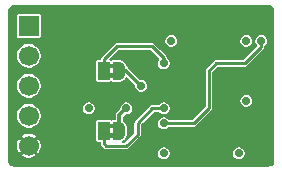
<source format=gbr>
G04 #@! TF.GenerationSoftware,KiCad,Pcbnew,9.0.1+dfsg-1*
G04 #@! TF.CreationDate,2025-05-27T21:30:08+08:00*
G04 #@! TF.ProjectId,i2c_led,6932635f-6c65-4642-9e6b-696361645f70,a*
G04 #@! TF.SameCoordinates,Original*
G04 #@! TF.FileFunction,Copper,L4,Bot*
G04 #@! TF.FilePolarity,Positive*
%FSLAX46Y46*%
G04 Gerber Fmt 4.6, Leading zero omitted, Abs format (unit mm)*
G04 Created by KiCad (PCBNEW 9.0.1+dfsg-1) date 2025-05-27 21:30:08*
%MOMM*%
%LPD*%
G01*
G04 APERTURE LIST*
G04 Aperture macros list*
%AMFreePoly0*
4,1,23,0.550000,-0.750000,0.000000,-0.750000,0.000000,-0.745722,-0.065263,-0.745722,-0.191342,-0.711940,-0.304381,-0.646677,-0.396677,-0.554381,-0.461940,-0.441342,-0.495722,-0.315263,-0.495722,-0.250000,-0.500000,-0.250000,-0.500000,0.250000,-0.495722,0.250000,-0.495722,0.315263,-0.461940,0.441342,-0.396677,0.554381,-0.304381,0.646677,-0.191342,0.711940,-0.065263,0.745722,0.000000,0.745722,
0.000000,0.750000,0.550000,0.750000,0.550000,-0.750000,0.550000,-0.750000,$1*%
%AMFreePoly1*
4,1,23,0.000000,0.745722,0.065263,0.745722,0.191342,0.711940,0.304381,0.646677,0.396677,0.554381,0.461940,0.441342,0.495722,0.315263,0.495722,0.250000,0.500000,0.250000,0.500000,-0.250000,0.495722,-0.250000,0.495722,-0.315263,0.461940,-0.441342,0.396677,-0.554381,0.304381,-0.646677,0.191342,-0.711940,0.065263,-0.745722,0.000000,-0.745722,0.000000,-0.750000,-0.550000,-0.750000,
-0.550000,0.750000,0.000000,0.750000,0.000000,0.745722,0.000000,0.745722,$1*%
G04 Aperture macros list end*
G04 #@! TA.AperFunction,EtchedComponent*
%ADD10C,0.000000*%
G04 #@! TD*
G04 #@! TA.AperFunction,ComponentPad*
%ADD11R,1.700000X1.700000*%
G04 #@! TD*
G04 #@! TA.AperFunction,ComponentPad*
%ADD12C,1.700000*%
G04 #@! TD*
G04 #@! TA.AperFunction,SMDPad,CuDef*
%ADD13FreePoly0,180.000000*%
G04 #@! TD*
G04 #@! TA.AperFunction,SMDPad,CuDef*
%ADD14R,1.000000X1.500000*%
G04 #@! TD*
G04 #@! TA.AperFunction,SMDPad,CuDef*
%ADD15FreePoly1,180.000000*%
G04 #@! TD*
G04 #@! TA.AperFunction,ViaPad*
%ADD16C,0.700000*%
G04 #@! TD*
G04 #@! TA.AperFunction,Conductor*
%ADD17C,0.304800*%
G04 #@! TD*
G04 #@! TA.AperFunction,Conductor*
%ADD18C,0.228600*%
G04 #@! TD*
G04 APERTURE END LIST*
D10*
G04 #@! TA.AperFunction,EtchedComponent*
G04 #@! TO.C,AD1*
G36*
X143140000Y-100130000D02*
G01*
X142640000Y-100130000D01*
X142640000Y-99730000D01*
X143140000Y-99730000D01*
X143140000Y-100130000D01*
G37*
G04 #@! TD.AperFunction*
G04 #@! TA.AperFunction,EtchedComponent*
G36*
X143140000Y-100930000D02*
G01*
X142640000Y-100930000D01*
X142640000Y-100530000D01*
X143140000Y-100530000D01*
X143140000Y-100930000D01*
G37*
G04 #@! TD.AperFunction*
G04 #@! TA.AperFunction,EtchedComponent*
G04 #@! TO.C,AD0*
G36*
X143140000Y-95050000D02*
G01*
X142640000Y-95050000D01*
X142640000Y-94650000D01*
X143140000Y-94650000D01*
X143140000Y-95050000D01*
G37*
G04 #@! TD.AperFunction*
G04 #@! TA.AperFunction,EtchedComponent*
G36*
X143140000Y-95850000D02*
G01*
X142640000Y-95850000D01*
X142640000Y-95450000D01*
X143140000Y-95450000D01*
X143140000Y-95850000D01*
G37*
G04 #@! TD.AperFunction*
G04 #@! TD*
D11*
G04 #@! TO.P,J1,1,Pin_1*
G04 #@! TO.N,VCC*
X135890000Y-91440000D03*
D12*
G04 #@! TO.P,J1,2,Pin_2*
G04 #@! TO.N,/SCL*
X135890000Y-93980000D03*
G04 #@! TO.P,J1,3,Pin_3*
G04 #@! TO.N,/SDA*
X135890000Y-96520000D03*
G04 #@! TO.P,J1,4,Pin_4*
G04 #@! TO.N,/RSTN*
X135890000Y-99060000D03*
G04 #@! TO.P,J1,5,Pin_5*
G04 #@! TO.N,GND*
X135890000Y-101600000D03*
G04 #@! TD*
D13*
G04 #@! TO.P,AD1,1,A*
G04 #@! TO.N,VCC*
X143540000Y-100330000D03*
D14*
G04 #@! TO.P,AD1,2,C*
G04 #@! TO.N,AD1*
X142240000Y-100330000D03*
D15*
G04 #@! TO.P,AD1,3,B*
G04 #@! TO.N,GND*
X140940000Y-100330000D03*
G04 #@! TD*
D13*
G04 #@! TO.P,AD0,1,A*
G04 #@! TO.N,VCC*
X143540000Y-95250000D03*
D14*
G04 #@! TO.P,AD0,2,C*
G04 #@! TO.N,AD0*
X142240000Y-95250000D03*
D15*
G04 #@! TO.P,AD0,3,B*
G04 #@! TO.N,GND*
X140940000Y-95250000D03*
G04 #@! TD*
D16*
G04 #@! TO.N,GND*
X151130000Y-101600000D03*
X149225000Y-96520000D03*
X145415000Y-97790000D03*
X151765000Y-90805000D03*
X139065000Y-102870000D03*
X153035000Y-95885000D03*
X155575000Y-98425000D03*
X146050000Y-100965000D03*
X146050000Y-90805000D03*
X139065000Y-98425000D03*
X139700000Y-93345000D03*
X146050000Y-92075000D03*
X152400000Y-100330000D03*
X154305000Y-99695000D03*
X145415000Y-94615000D03*
G04 #@! TO.N,VCC*
X145415000Y-96520000D03*
X140970000Y-98425000D03*
X154305000Y-92710000D03*
X147955000Y-92710000D03*
X154305000Y-97790000D03*
X153670000Y-102235000D03*
X144145000Y-98425000D03*
X147320000Y-102235000D03*
G04 #@! TO.N,Net-(D3-BK)*
X147320000Y-99695000D03*
X155575000Y-92710000D03*
G04 #@! TO.N,AD0*
X147320000Y-94615000D03*
G04 #@! TO.N,AD1*
X147320000Y-98425000D03*
G04 #@! TD*
D17*
G04 #@! TO.N,VCC*
X143540000Y-100330000D02*
X143540000Y-99030000D01*
X145415000Y-96520000D02*
X144145000Y-95250000D01*
X143540000Y-95250000D02*
X144145000Y-95250000D01*
X143540000Y-99030000D02*
X144145000Y-98425000D01*
D18*
G04 #@! TO.N,Net-(D3-BK)*
X149860000Y-99695000D02*
X147320000Y-99695000D01*
X151765000Y-94615000D02*
X151130000Y-95250000D01*
X153200000Y-94615000D02*
X151765000Y-94615000D01*
X154160000Y-94615000D02*
X153200000Y-94615000D01*
X151130000Y-95250000D02*
X151130000Y-98425000D01*
X155575000Y-93200000D02*
X154160000Y-94615000D01*
X155575000Y-92710000D02*
X155575000Y-93200000D01*
X151130000Y-98425000D02*
X149860000Y-99695000D01*
G04 #@! TO.N,AD0*
X142240000Y-95250000D02*
X142240000Y-94271400D01*
X142240000Y-94271400D02*
X143331400Y-93180000D01*
X147320000Y-94170000D02*
X146330000Y-93180000D01*
X147320000Y-94615000D02*
X147320000Y-94170000D01*
X143331400Y-93180000D02*
X146330000Y-93180000D01*
G04 #@! TO.N,AD1*
X144145000Y-101600000D02*
X142455200Y-101600000D01*
X145097500Y-99692500D02*
X145097500Y-100647500D01*
X145097500Y-100647500D02*
X144145000Y-101600000D01*
X147320000Y-98425000D02*
X146365000Y-98425000D01*
X146365000Y-98425000D02*
X145097500Y-99692500D01*
X142240000Y-101384800D02*
X142240000Y-100330000D01*
X142455200Y-101600000D02*
X142240000Y-101384800D01*
G04 #@! TD*
G04 #@! TA.AperFunction,Conductor*
G04 #@! TO.N,GND*
G36*
X156214884Y-89688543D02*
G01*
X156324964Y-89703035D01*
X156343920Y-89708114D01*
X156441907Y-89748702D01*
X156458902Y-89758514D01*
X156500973Y-89790796D01*
X156543041Y-89823077D01*
X156556922Y-89836958D01*
X156621483Y-89921094D01*
X156631299Y-89938095D01*
X156671884Y-90036076D01*
X156676965Y-90055038D01*
X156691457Y-90165114D01*
X156692100Y-90174930D01*
X156692100Y-102865069D01*
X156691457Y-102874884D01*
X156691457Y-102874885D01*
X156676965Y-102984961D01*
X156671884Y-103003923D01*
X156631299Y-103101904D01*
X156621483Y-103118905D01*
X156556922Y-103203041D01*
X156543041Y-103216922D01*
X156458905Y-103281483D01*
X156441904Y-103291299D01*
X156343923Y-103331884D01*
X156324961Y-103336965D01*
X156246437Y-103347302D01*
X156214883Y-103351457D01*
X156205069Y-103352100D01*
X134624931Y-103352100D01*
X134615116Y-103351457D01*
X134568046Y-103345260D01*
X134505038Y-103336965D01*
X134486076Y-103331884D01*
X134388095Y-103291299D01*
X134371094Y-103281483D01*
X134286958Y-103216922D01*
X134273077Y-103203041D01*
X134208516Y-103118905D01*
X134198702Y-103101907D01*
X134158114Y-103003920D01*
X134153035Y-102984964D01*
X134138543Y-102874884D01*
X134137900Y-102865069D01*
X134137900Y-101501270D01*
X134887600Y-101501270D01*
X134887600Y-101698729D01*
X134926121Y-101892385D01*
X134926122Y-101892388D01*
X135001684Y-102074812D01*
X135080982Y-102193491D01*
X135445086Y-101829386D01*
X135489901Y-101907007D01*
X135582993Y-102000099D01*
X135660611Y-102044912D01*
X135296507Y-102409016D01*
X135415187Y-102488315D01*
X135597611Y-102563877D01*
X135597614Y-102563878D01*
X135791270Y-102602400D01*
X135988730Y-102602400D01*
X136182385Y-102563878D01*
X136182388Y-102563877D01*
X136364816Y-102488313D01*
X136483490Y-102409017D01*
X136483491Y-102409016D01*
X136119387Y-102044912D01*
X136197007Y-102000099D01*
X136290099Y-101907007D01*
X136334912Y-101829387D01*
X136699016Y-102193491D01*
X136699017Y-102193490D01*
X136715520Y-102168792D01*
X146817100Y-102168792D01*
X146817100Y-102301208D01*
X146837662Y-102377950D01*
X146851371Y-102429114D01*
X146917578Y-102543786D01*
X146917582Y-102543792D01*
X147011207Y-102637417D01*
X147011210Y-102637419D01*
X147011212Y-102637421D01*
X147061775Y-102666613D01*
X147125885Y-102703628D01*
X147125887Y-102703628D01*
X147125888Y-102703629D01*
X147253792Y-102737900D01*
X147253794Y-102737900D01*
X147386206Y-102737900D01*
X147386208Y-102737900D01*
X147514112Y-102703629D01*
X147628788Y-102637421D01*
X147722421Y-102543788D01*
X147788629Y-102429112D01*
X147822900Y-102301208D01*
X147822900Y-102168792D01*
X153167100Y-102168792D01*
X153167100Y-102301208D01*
X153187662Y-102377950D01*
X153201371Y-102429114D01*
X153267578Y-102543786D01*
X153267582Y-102543792D01*
X153361207Y-102637417D01*
X153361210Y-102637419D01*
X153361212Y-102637421D01*
X153411775Y-102666613D01*
X153475885Y-102703628D01*
X153475887Y-102703628D01*
X153475888Y-102703629D01*
X153603792Y-102737900D01*
X153603794Y-102737900D01*
X153736206Y-102737900D01*
X153736208Y-102737900D01*
X153864112Y-102703629D01*
X153978788Y-102637421D01*
X154072421Y-102543788D01*
X154138629Y-102429112D01*
X154172900Y-102301208D01*
X154172900Y-102168792D01*
X154138629Y-102040888D01*
X154138628Y-102040887D01*
X154138628Y-102040885D01*
X154101613Y-101976775D01*
X154072421Y-101926212D01*
X154072419Y-101926210D01*
X154072417Y-101926207D01*
X153978792Y-101832582D01*
X153978786Y-101832578D01*
X153864114Y-101766371D01*
X153800160Y-101749235D01*
X153736208Y-101732100D01*
X153603792Y-101732100D01*
X153552630Y-101745808D01*
X153475885Y-101766371D01*
X153361213Y-101832578D01*
X153361207Y-101832582D01*
X153267582Y-101926207D01*
X153267578Y-101926213D01*
X153201371Y-102040885D01*
X153192281Y-102074812D01*
X153167100Y-102168792D01*
X147822900Y-102168792D01*
X147788629Y-102040888D01*
X147788628Y-102040887D01*
X147788628Y-102040885D01*
X147751613Y-101976775D01*
X147722421Y-101926212D01*
X147722419Y-101926210D01*
X147722417Y-101926207D01*
X147628792Y-101832582D01*
X147628786Y-101832578D01*
X147514114Y-101766371D01*
X147450160Y-101749235D01*
X147386208Y-101732100D01*
X147253792Y-101732100D01*
X147202630Y-101745808D01*
X147125885Y-101766371D01*
X147011213Y-101832578D01*
X147011207Y-101832582D01*
X146917582Y-101926207D01*
X146917578Y-101926213D01*
X146851371Y-102040885D01*
X146842281Y-102074812D01*
X146817100Y-102168792D01*
X136715520Y-102168792D01*
X136746730Y-102122084D01*
X136778313Y-102074816D01*
X136853877Y-101892388D01*
X136853878Y-101892385D01*
X136892400Y-101698729D01*
X136892400Y-101501270D01*
X136853878Y-101307614D01*
X136853877Y-101307611D01*
X136778315Y-101125187D01*
X136699016Y-101006507D01*
X136334912Y-101370611D01*
X136290099Y-101292993D01*
X136197007Y-101199901D01*
X136119387Y-101155087D01*
X136483491Y-100790982D01*
X136364812Y-100711684D01*
X136182388Y-100636122D01*
X136182385Y-100636121D01*
X135988730Y-100597600D01*
X135791270Y-100597600D01*
X135597614Y-100636121D01*
X135597611Y-100636122D01*
X135415184Y-100711685D01*
X135296507Y-100790981D01*
X135296507Y-100790982D01*
X135660612Y-101155087D01*
X135582993Y-101199901D01*
X135489901Y-101292993D01*
X135445087Y-101370612D01*
X135080982Y-101006507D01*
X135080981Y-101006507D01*
X135001685Y-101125184D01*
X134926122Y-101307611D01*
X134926121Y-101307614D01*
X134887600Y-101501270D01*
X134137900Y-101501270D01*
X134137900Y-98961222D01*
X134887100Y-98961222D01*
X134887100Y-99158777D01*
X134925641Y-99352537D01*
X134925642Y-99352538D01*
X135000174Y-99532475D01*
X135001241Y-99535051D01*
X135110996Y-99699312D01*
X135110997Y-99699313D01*
X135111000Y-99699317D01*
X135250682Y-99838999D01*
X135250685Y-99839001D01*
X135250688Y-99839004D01*
X135414949Y-99948759D01*
X135597461Y-100024357D01*
X135597462Y-100024358D01*
X135597463Y-100024358D01*
X135597465Y-100024359D01*
X135727218Y-100050168D01*
X135791222Y-100062900D01*
X135791223Y-100062900D01*
X135988778Y-100062900D01*
X136036889Y-100053329D01*
X136182535Y-100024359D01*
X136365051Y-99948759D01*
X136529312Y-99839004D01*
X136669004Y-99699312D01*
X136758787Y-99564942D01*
X141587100Y-99564942D01*
X141587100Y-101095055D01*
X141587101Y-101095057D01*
X141595972Y-101139659D01*
X141629764Y-101190232D01*
X141629765Y-101190232D01*
X141629766Y-101190234D01*
X141680342Y-101224028D01*
X141724943Y-101232900D01*
X141897600Y-101232899D01*
X141945937Y-101250492D01*
X141971657Y-101295040D01*
X141972800Y-101308099D01*
X141972800Y-101331651D01*
X141972800Y-101437949D01*
X142012658Y-101534174D01*
X142013480Y-101536159D01*
X142303840Y-101826519D01*
X142303841Y-101826519D01*
X142303843Y-101826521D01*
X142402051Y-101867200D01*
X142402052Y-101867200D01*
X144198147Y-101867200D01*
X144198149Y-101867200D01*
X144296357Y-101826521D01*
X145324021Y-100798857D01*
X145364700Y-100700649D01*
X145364700Y-100594351D01*
X145364700Y-99834326D01*
X145382293Y-99785988D01*
X145386726Y-99781152D01*
X145539086Y-99628792D01*
X146817100Y-99628792D01*
X146817100Y-99761208D01*
X146837662Y-99837950D01*
X146851371Y-99889114D01*
X146917578Y-100003786D01*
X146917582Y-100003792D01*
X147011207Y-100097417D01*
X147011210Y-100097419D01*
X147011212Y-100097421D01*
X147061775Y-100126613D01*
X147125885Y-100163628D01*
X147125887Y-100163628D01*
X147125888Y-100163629D01*
X147253792Y-100197900D01*
X147253794Y-100197900D01*
X147386206Y-100197900D01*
X147386208Y-100197900D01*
X147514112Y-100163629D01*
X147628788Y-100097421D01*
X147722421Y-100003788D01*
X147724723Y-99999801D01*
X147764128Y-99966736D01*
X147789849Y-99962200D01*
X149913147Y-99962200D01*
X149913149Y-99962200D01*
X150011357Y-99921521D01*
X151356521Y-98576357D01*
X151397200Y-98478149D01*
X151397200Y-98371851D01*
X151397200Y-97723792D01*
X153802100Y-97723792D01*
X153802100Y-97856208D01*
X153819755Y-97922100D01*
X153836371Y-97984114D01*
X153902578Y-98098786D01*
X153902582Y-98098792D01*
X153996207Y-98192417D01*
X153996210Y-98192419D01*
X153996212Y-98192421D01*
X154006707Y-98198480D01*
X154110885Y-98258628D01*
X154110887Y-98258628D01*
X154110888Y-98258629D01*
X154238792Y-98292900D01*
X154238794Y-98292900D01*
X154371206Y-98292900D01*
X154371208Y-98292900D01*
X154499112Y-98258629D01*
X154613788Y-98192421D01*
X154707421Y-98098788D01*
X154773629Y-97984112D01*
X154807900Y-97856208D01*
X154807900Y-97723792D01*
X154773629Y-97595888D01*
X154773628Y-97595887D01*
X154773628Y-97595885D01*
X154731489Y-97522900D01*
X154707421Y-97481212D01*
X154707419Y-97481210D01*
X154707417Y-97481207D01*
X154613792Y-97387582D01*
X154613786Y-97387578D01*
X154499114Y-97321371D01*
X154415635Y-97299004D01*
X154371208Y-97287100D01*
X154238792Y-97287100D01*
X154194365Y-97299004D01*
X154110885Y-97321371D01*
X153996213Y-97387578D01*
X153996207Y-97387582D01*
X153902582Y-97481207D01*
X153902578Y-97481213D01*
X153836371Y-97595885D01*
X153815808Y-97672630D01*
X153802100Y-97723792D01*
X151397200Y-97723792D01*
X151397200Y-95391826D01*
X151414793Y-95343488D01*
X151419226Y-95338652D01*
X151853652Y-94904226D01*
X151900272Y-94882486D01*
X151906826Y-94882200D01*
X154213147Y-94882200D01*
X154213149Y-94882200D01*
X154311357Y-94841521D01*
X155801521Y-93351357D01*
X155842200Y-93253149D01*
X155842200Y-93179848D01*
X155859793Y-93131510D01*
X155879804Y-93114721D01*
X155883788Y-93112421D01*
X155977421Y-93018788D01*
X156043629Y-92904112D01*
X156077900Y-92776208D01*
X156077900Y-92643792D01*
X156043629Y-92515888D01*
X156043628Y-92515887D01*
X156043628Y-92515885D01*
X155996367Y-92434028D01*
X155977421Y-92401212D01*
X155977419Y-92401210D01*
X155977417Y-92401207D01*
X155883792Y-92307582D01*
X155883786Y-92307578D01*
X155769114Y-92241371D01*
X155705160Y-92224235D01*
X155641208Y-92207100D01*
X155508792Y-92207100D01*
X155457630Y-92220808D01*
X155380885Y-92241371D01*
X155266213Y-92307578D01*
X155266207Y-92307582D01*
X155172582Y-92401207D01*
X155172578Y-92401213D01*
X155106371Y-92515885D01*
X155085808Y-92592630D01*
X155072100Y-92643792D01*
X155072100Y-92776208D01*
X155092662Y-92852950D01*
X155106371Y-92904114D01*
X155172578Y-93018786D01*
X155172582Y-93018792D01*
X155222281Y-93068491D01*
X155244021Y-93115111D01*
X155230707Y-93164798D01*
X155222281Y-93174839D01*
X154071348Y-94325774D01*
X154024728Y-94347514D01*
X154018174Y-94347800D01*
X153253149Y-94347800D01*
X151818149Y-94347800D01*
X151711851Y-94347800D01*
X151662589Y-94368205D01*
X151613640Y-94388480D01*
X151133363Y-94868759D01*
X150978643Y-95023479D01*
X150941061Y-95061061D01*
X150903479Y-95098642D01*
X150862800Y-95196852D01*
X150862800Y-98283174D01*
X150845207Y-98331512D01*
X150840774Y-98336348D01*
X149771348Y-99405774D01*
X149724728Y-99427514D01*
X149718174Y-99427800D01*
X147789849Y-99427800D01*
X147741511Y-99410207D01*
X147724723Y-99390199D01*
X147722420Y-99386210D01*
X147628792Y-99292582D01*
X147628786Y-99292578D01*
X147514114Y-99226371D01*
X147450160Y-99209235D01*
X147386208Y-99192100D01*
X147253792Y-99192100D01*
X147202630Y-99205808D01*
X147125885Y-99226371D01*
X147011213Y-99292578D01*
X147011207Y-99292582D01*
X146917582Y-99386207D01*
X146917578Y-99386213D01*
X146851371Y-99500885D01*
X146834208Y-99564942D01*
X146817100Y-99628792D01*
X145539086Y-99628792D01*
X146453652Y-98714226D01*
X146500272Y-98692486D01*
X146506826Y-98692200D01*
X146850151Y-98692200D01*
X146898489Y-98709793D01*
X146915277Y-98729801D01*
X146917579Y-98733789D01*
X147011207Y-98827417D01*
X147011210Y-98827419D01*
X147011212Y-98827421D01*
X147051186Y-98850500D01*
X147125885Y-98893628D01*
X147125887Y-98893628D01*
X147125888Y-98893629D01*
X147253792Y-98927900D01*
X147253794Y-98927900D01*
X147386206Y-98927900D01*
X147386208Y-98927900D01*
X147514112Y-98893629D01*
X147628788Y-98827421D01*
X147722421Y-98733788D01*
X147788629Y-98619112D01*
X147822900Y-98491208D01*
X147822900Y-98358792D01*
X147788629Y-98230888D01*
X147788628Y-98230887D01*
X147788628Y-98230885D01*
X147743813Y-98153264D01*
X147722421Y-98116212D01*
X147722419Y-98116210D01*
X147722417Y-98116207D01*
X147628792Y-98022582D01*
X147628786Y-98022578D01*
X147514114Y-97956371D01*
X147450160Y-97939235D01*
X147386208Y-97922100D01*
X147253792Y-97922100D01*
X147202630Y-97935808D01*
X147125885Y-97956371D01*
X147011213Y-98022578D01*
X147011207Y-98022582D01*
X146917579Y-98116210D01*
X146915277Y-98120199D01*
X146875872Y-98153264D01*
X146850151Y-98157800D01*
X146418149Y-98157800D01*
X146311851Y-98157800D01*
X146249919Y-98183452D01*
X146213640Y-98198480D01*
X145255663Y-99156459D01*
X144946143Y-99465979D01*
X144921792Y-99490330D01*
X144870979Y-99541142D01*
X144830300Y-99639352D01*
X144830300Y-100505674D01*
X144812707Y-100554012D01*
X144808274Y-100558848D01*
X144056348Y-101310774D01*
X144009728Y-101332514D01*
X144003174Y-101332800D01*
X143827553Y-101332800D01*
X143779215Y-101315207D01*
X143753495Y-101270658D01*
X143762428Y-101220000D01*
X143798776Y-101188124D01*
X143799908Y-101187654D01*
X143811943Y-101182670D01*
X143925957Y-101116844D01*
X143958659Y-101091751D01*
X144051751Y-100998659D01*
X144076844Y-100965957D01*
X144142670Y-100851943D01*
X144158444Y-100813861D01*
X144192519Y-100686694D01*
X144197900Y-100645826D01*
X144197900Y-100014174D01*
X144192519Y-99973306D01*
X144178642Y-99921519D01*
X144158446Y-99846146D01*
X144158440Y-99846129D01*
X144142670Y-99808058D01*
X144142670Y-99808057D01*
X144076844Y-99694043D01*
X144051751Y-99661341D01*
X144051749Y-99661339D01*
X144051743Y-99661332D01*
X143958667Y-99568256D01*
X143958653Y-99568244D01*
X143925957Y-99543155D01*
X143882899Y-99518295D01*
X143849835Y-99478890D01*
X143845300Y-99453171D01*
X143845300Y-99187607D01*
X143862893Y-99139269D01*
X143867326Y-99134433D01*
X144051833Y-98949926D01*
X144098453Y-98928186D01*
X144105007Y-98927900D01*
X144211206Y-98927900D01*
X144211208Y-98927900D01*
X144339112Y-98893629D01*
X144453788Y-98827421D01*
X144547421Y-98733788D01*
X144613629Y-98619112D01*
X144647900Y-98491208D01*
X144647900Y-98358792D01*
X144613629Y-98230888D01*
X144613628Y-98230887D01*
X144613628Y-98230885D01*
X144568813Y-98153264D01*
X144547421Y-98116212D01*
X144547419Y-98116210D01*
X144547417Y-98116207D01*
X144453792Y-98022582D01*
X144453786Y-98022578D01*
X144339114Y-97956371D01*
X144275160Y-97939235D01*
X144211208Y-97922100D01*
X144078792Y-97922100D01*
X144027630Y-97935808D01*
X143950885Y-97956371D01*
X143836213Y-98022578D01*
X143836207Y-98022582D01*
X143742582Y-98116207D01*
X143742578Y-98116213D01*
X143676371Y-98230885D01*
X143662945Y-98280996D01*
X143642100Y-98358792D01*
X143642100Y-98358794D01*
X143642100Y-98464991D01*
X143624507Y-98513329D01*
X143620075Y-98518165D01*
X143295700Y-98842540D01*
X143291106Y-98850499D01*
X143291105Y-98850500D01*
X143255506Y-98912157D01*
X143255506Y-98912159D01*
X143234700Y-98989807D01*
X143234700Y-98989809D01*
X143234700Y-99346900D01*
X143217107Y-99395238D01*
X143172558Y-99420958D01*
X143159500Y-99422100D01*
X142990000Y-99422100D01*
X142911050Y-99443255D01*
X142911049Y-99443255D01*
X142911048Y-99443256D01*
X142902477Y-99448205D01*
X142901222Y-99446031D01*
X142867807Y-99461608D01*
X142819484Y-99449219D01*
X142799661Y-99435973D01*
X142799656Y-99435971D01*
X142755057Y-99427100D01*
X141724944Y-99427100D01*
X141724942Y-99427101D01*
X141680340Y-99435972D01*
X141629767Y-99469764D01*
X141595972Y-99520342D01*
X141595971Y-99520343D01*
X141587100Y-99564942D01*
X136758787Y-99564942D01*
X136778759Y-99535051D01*
X136854359Y-99352535D01*
X136892900Y-99158777D01*
X136892900Y-98961223D01*
X136854359Y-98767465D01*
X136778759Y-98584949D01*
X136669004Y-98420688D01*
X136669001Y-98420685D01*
X136668999Y-98420682D01*
X136607109Y-98358792D01*
X140467100Y-98358792D01*
X140467100Y-98491208D01*
X140474323Y-98518165D01*
X140501371Y-98619114D01*
X140567578Y-98733786D01*
X140567582Y-98733792D01*
X140661207Y-98827417D01*
X140661210Y-98827419D01*
X140661212Y-98827421D01*
X140701186Y-98850500D01*
X140775885Y-98893628D01*
X140775887Y-98893628D01*
X140775888Y-98893629D01*
X140903792Y-98927900D01*
X140903794Y-98927900D01*
X141036206Y-98927900D01*
X141036208Y-98927900D01*
X141164112Y-98893629D01*
X141278788Y-98827421D01*
X141372421Y-98733788D01*
X141438629Y-98619112D01*
X141472900Y-98491208D01*
X141472900Y-98358792D01*
X141438629Y-98230888D01*
X141438628Y-98230887D01*
X141438628Y-98230885D01*
X141393813Y-98153264D01*
X141372421Y-98116212D01*
X141372419Y-98116210D01*
X141372417Y-98116207D01*
X141278792Y-98022582D01*
X141278786Y-98022578D01*
X141164114Y-97956371D01*
X141100160Y-97939235D01*
X141036208Y-97922100D01*
X140903792Y-97922100D01*
X140852630Y-97935808D01*
X140775885Y-97956371D01*
X140661213Y-98022578D01*
X140661207Y-98022582D01*
X140567582Y-98116207D01*
X140567578Y-98116213D01*
X140501371Y-98230885D01*
X140487945Y-98280996D01*
X140467100Y-98358792D01*
X136607109Y-98358792D01*
X136529317Y-98281000D01*
X136529313Y-98280997D01*
X136529312Y-98280996D01*
X136365051Y-98171241D01*
X136365049Y-98171240D01*
X136182538Y-98095642D01*
X136182537Y-98095641D01*
X135988778Y-98057100D01*
X135988777Y-98057100D01*
X135791223Y-98057100D01*
X135791222Y-98057100D01*
X135597462Y-98095641D01*
X135597461Y-98095642D01*
X135414950Y-98171240D01*
X135250682Y-98281000D01*
X135111000Y-98420682D01*
X135001240Y-98584950D01*
X134925642Y-98767461D01*
X134925641Y-98767462D01*
X134887100Y-98961222D01*
X134137900Y-98961222D01*
X134137900Y-96421222D01*
X134887100Y-96421222D01*
X134887100Y-96618777D01*
X134925641Y-96812537D01*
X134925642Y-96812538D01*
X134998581Y-96988629D01*
X135001241Y-96995051D01*
X135110996Y-97159312D01*
X135110997Y-97159313D01*
X135111000Y-97159317D01*
X135250682Y-97298999D01*
X135250685Y-97299001D01*
X135250688Y-97299004D01*
X135414949Y-97408759D01*
X135597461Y-97484357D01*
X135597462Y-97484358D01*
X135597463Y-97484358D01*
X135597465Y-97484359D01*
X135727218Y-97510168D01*
X135791222Y-97522900D01*
X135791223Y-97522900D01*
X135988778Y-97522900D01*
X136036889Y-97513329D01*
X136182535Y-97484359D01*
X136365051Y-97408759D01*
X136529312Y-97299004D01*
X136669004Y-97159312D01*
X136778759Y-96995051D01*
X136854359Y-96812535D01*
X136892900Y-96618777D01*
X136892900Y-96421223D01*
X136854359Y-96227465D01*
X136778759Y-96044949D01*
X136669004Y-95880688D01*
X136669001Y-95880685D01*
X136668999Y-95880682D01*
X136529317Y-95741000D01*
X136529313Y-95740997D01*
X136529312Y-95740996D01*
X136365051Y-95631241D01*
X136365049Y-95631240D01*
X136182538Y-95555642D01*
X136182537Y-95555641D01*
X135988778Y-95517100D01*
X135988777Y-95517100D01*
X135791223Y-95517100D01*
X135791222Y-95517100D01*
X135597462Y-95555641D01*
X135597461Y-95555642D01*
X135414950Y-95631240D01*
X135250682Y-95741000D01*
X135111000Y-95880682D01*
X135001240Y-96044950D01*
X134925642Y-96227461D01*
X134925641Y-96227462D01*
X134887100Y-96421222D01*
X134137900Y-96421222D01*
X134137900Y-93881222D01*
X134887100Y-93881222D01*
X134887100Y-94078777D01*
X134925641Y-94272537D01*
X134925642Y-94272538D01*
X135000174Y-94452475D01*
X135001241Y-94455051D01*
X135110996Y-94619312D01*
X135110997Y-94619313D01*
X135111000Y-94619317D01*
X135250682Y-94758999D01*
X135250685Y-94759001D01*
X135250688Y-94759004D01*
X135414949Y-94868759D01*
X135597461Y-94944357D01*
X135597462Y-94944358D01*
X135597463Y-94944358D01*
X135597465Y-94944359D01*
X135684232Y-94961618D01*
X135791222Y-94982900D01*
X135791223Y-94982900D01*
X135988778Y-94982900D01*
X136036889Y-94973329D01*
X136182535Y-94944359D01*
X136365051Y-94868759D01*
X136529312Y-94759004D01*
X136669004Y-94619312D01*
X136758787Y-94484942D01*
X141587100Y-94484942D01*
X141587100Y-96015055D01*
X141587101Y-96015057D01*
X141595972Y-96059659D01*
X141629764Y-96110232D01*
X141629765Y-96110232D01*
X141629766Y-96110234D01*
X141680342Y-96144028D01*
X141724943Y-96152900D01*
X142755056Y-96152899D01*
X142799658Y-96144028D01*
X142819483Y-96130780D01*
X142869449Y-96118554D01*
X142901298Y-96133831D01*
X142902475Y-96131794D01*
X142911048Y-96136743D01*
X142911050Y-96136745D01*
X142990000Y-96157900D01*
X142990003Y-96157900D01*
X143605828Y-96157900D01*
X143605830Y-96157899D01*
X143646694Y-96152519D01*
X143773861Y-96118444D01*
X143811943Y-96102670D01*
X143925957Y-96036844D01*
X143958659Y-96011751D01*
X144051751Y-95918659D01*
X144076844Y-95885957D01*
X144127532Y-95798161D01*
X144166936Y-95765098D01*
X144218375Y-95765098D01*
X144245830Y-95782589D01*
X144890074Y-96426833D01*
X144911814Y-96473453D01*
X144912100Y-96480007D01*
X144912100Y-96586208D01*
X144920827Y-96618777D01*
X144946371Y-96714114D01*
X145012578Y-96828786D01*
X145012582Y-96828792D01*
X145106207Y-96922417D01*
X145106210Y-96922419D01*
X145106212Y-96922421D01*
X145156775Y-96951613D01*
X145220885Y-96988628D01*
X145220887Y-96988628D01*
X145220888Y-96988629D01*
X145348792Y-97022900D01*
X145348794Y-97022900D01*
X145481206Y-97022900D01*
X145481208Y-97022900D01*
X145609112Y-96988629D01*
X145723788Y-96922421D01*
X145817421Y-96828788D01*
X145883629Y-96714112D01*
X145917900Y-96586208D01*
X145917900Y-96453792D01*
X145883629Y-96325888D01*
X145883628Y-96325887D01*
X145883628Y-96325885D01*
X145846613Y-96261775D01*
X145817421Y-96211212D01*
X145817419Y-96211210D01*
X145817417Y-96211207D01*
X145723792Y-96117582D01*
X145723786Y-96117578D01*
X145609114Y-96051371D01*
X145545160Y-96034235D01*
X145481208Y-96017100D01*
X145375007Y-96017100D01*
X145326669Y-95999507D01*
X145321833Y-95995074D01*
X144332459Y-95005699D01*
X144332457Y-95005697D01*
X144262846Y-94965508D01*
X144262833Y-94965503D01*
X144248334Y-94961618D01*
X144206197Y-94932113D01*
X144193241Y-94898796D01*
X144192519Y-94893306D01*
X144178642Y-94841519D01*
X144158446Y-94766146D01*
X144158440Y-94766129D01*
X144142670Y-94728058D01*
X144142670Y-94728057D01*
X144076844Y-94614043D01*
X144051751Y-94581341D01*
X144051749Y-94581339D01*
X144051743Y-94581332D01*
X143958667Y-94488256D01*
X143958653Y-94488244D01*
X143925959Y-94463157D01*
X143811941Y-94397329D01*
X143773870Y-94381559D01*
X143773853Y-94381553D01*
X143646709Y-94347484D01*
X143646685Y-94347479D01*
X143605832Y-94342100D01*
X143605826Y-94342100D01*
X142990000Y-94342100D01*
X142911050Y-94363255D01*
X142911049Y-94363255D01*
X142911048Y-94363256D01*
X142902477Y-94368205D01*
X142901222Y-94366031D01*
X142867807Y-94381608D01*
X142842821Y-94379596D01*
X142830256Y-94376417D01*
X142799658Y-94355972D01*
X142755057Y-94347100D01*
X142714363Y-94347100D01*
X142705283Y-94344803D01*
X142691290Y-94335295D01*
X142675387Y-94329507D01*
X142670619Y-94321249D01*
X142662736Y-94315893D01*
X142658128Y-94299613D01*
X142649667Y-94284958D01*
X142651322Y-94275568D01*
X142648727Y-94266397D01*
X142655661Y-94250964D01*
X142658600Y-94234300D01*
X142669577Y-94219994D01*
X142669810Y-94219477D01*
X142670071Y-94219350D01*
X142670551Y-94218726D01*
X143008055Y-93881223D01*
X143420052Y-93469226D01*
X143466672Y-93447486D01*
X143473226Y-93447200D01*
X146188174Y-93447200D01*
X146236512Y-93464793D01*
X146241348Y-93469226D01*
X146944781Y-94172659D01*
X146966521Y-94219279D01*
X146953207Y-94268966D01*
X146944783Y-94279006D01*
X146917580Y-94306210D01*
X146917578Y-94306213D01*
X146851371Y-94420885D01*
X146840045Y-94463157D01*
X146817100Y-94548792D01*
X146817100Y-94681208D01*
X146829653Y-94728057D01*
X146851371Y-94809114D01*
X146917578Y-94923786D01*
X146917582Y-94923792D01*
X147011207Y-95017417D01*
X147011210Y-95017419D01*
X147011212Y-95017421D01*
X147021707Y-95023480D01*
X147125885Y-95083628D01*
X147125887Y-95083628D01*
X147125888Y-95083629D01*
X147253792Y-95117900D01*
X147253794Y-95117900D01*
X147386206Y-95117900D01*
X147386208Y-95117900D01*
X147514112Y-95083629D01*
X147628788Y-95017421D01*
X147722421Y-94923788D01*
X147788629Y-94809112D01*
X147822900Y-94681208D01*
X147822900Y-94548792D01*
X147788629Y-94420888D01*
X147788628Y-94420887D01*
X147788628Y-94420885D01*
X147746249Y-94347484D01*
X147722421Y-94306212D01*
X147722419Y-94306210D01*
X147722417Y-94306207D01*
X147628786Y-94212576D01*
X147624795Y-94210272D01*
X147591733Y-94170865D01*
X147587200Y-94145150D01*
X147587200Y-94116852D01*
X147571429Y-94078777D01*
X147546521Y-94018643D01*
X147471357Y-93943479D01*
X146992671Y-93464793D01*
X146481359Y-92953480D01*
X146481357Y-92953479D01*
X146383149Y-92912800D01*
X143384549Y-92912800D01*
X143278251Y-92912800D01*
X143216319Y-92938452D01*
X143180040Y-92953480D01*
X142252300Y-93881222D01*
X142088643Y-94044879D01*
X142054745Y-94078777D01*
X142013479Y-94120042D01*
X142013479Y-94120043D01*
X141975150Y-94212579D01*
X141972800Y-94218252D01*
X141972800Y-94271900D01*
X141955207Y-94320238D01*
X141910658Y-94345958D01*
X141897600Y-94347100D01*
X141724944Y-94347100D01*
X141724942Y-94347101D01*
X141680340Y-94355972D01*
X141629767Y-94389764D01*
X141595972Y-94440342D01*
X141595971Y-94440343D01*
X141587100Y-94484942D01*
X136758787Y-94484942D01*
X136778759Y-94455051D01*
X136854359Y-94272535D01*
X136892900Y-94078777D01*
X136892900Y-93881223D01*
X136854359Y-93687465D01*
X136778759Y-93504949D01*
X136669004Y-93340688D01*
X136669001Y-93340685D01*
X136668999Y-93340682D01*
X136529317Y-93201000D01*
X136529313Y-93200997D01*
X136529312Y-93200996D01*
X136365051Y-93091241D01*
X136365049Y-93091240D01*
X136182538Y-93015642D01*
X136182537Y-93015641D01*
X135988778Y-92977100D01*
X135988777Y-92977100D01*
X135791223Y-92977100D01*
X135791222Y-92977100D01*
X135597462Y-93015641D01*
X135597461Y-93015642D01*
X135414950Y-93091240D01*
X135250682Y-93201000D01*
X135111000Y-93340682D01*
X135001240Y-93504950D01*
X134925642Y-93687461D01*
X134925641Y-93687462D01*
X134887100Y-93881222D01*
X134137900Y-93881222D01*
X134137900Y-92643792D01*
X147452100Y-92643792D01*
X147452100Y-92776208D01*
X147472662Y-92852950D01*
X147486371Y-92904114D01*
X147552578Y-93018786D01*
X147552582Y-93018792D01*
X147646207Y-93112417D01*
X147646210Y-93112419D01*
X147646212Y-93112421D01*
X147687799Y-93136431D01*
X147760885Y-93178628D01*
X147760887Y-93178628D01*
X147760888Y-93178629D01*
X147888792Y-93212900D01*
X147888794Y-93212900D01*
X148021206Y-93212900D01*
X148021208Y-93212900D01*
X148149112Y-93178629D01*
X148155677Y-93174839D01*
X148173068Y-93164798D01*
X148263788Y-93112421D01*
X148357421Y-93018788D01*
X148423629Y-92904112D01*
X148457900Y-92776208D01*
X148457900Y-92643792D01*
X153802100Y-92643792D01*
X153802100Y-92776208D01*
X153822662Y-92852950D01*
X153836371Y-92904114D01*
X153902578Y-93018786D01*
X153902582Y-93018792D01*
X153996207Y-93112417D01*
X153996210Y-93112419D01*
X153996212Y-93112421D01*
X154037799Y-93136431D01*
X154110885Y-93178628D01*
X154110887Y-93178628D01*
X154110888Y-93178629D01*
X154238792Y-93212900D01*
X154238794Y-93212900D01*
X154371206Y-93212900D01*
X154371208Y-93212900D01*
X154499112Y-93178629D01*
X154505677Y-93174839D01*
X154523068Y-93164798D01*
X154613788Y-93112421D01*
X154707421Y-93018788D01*
X154773629Y-92904112D01*
X154807900Y-92776208D01*
X154807900Y-92643792D01*
X154773629Y-92515888D01*
X154773628Y-92515887D01*
X154773628Y-92515885D01*
X154726367Y-92434028D01*
X154707421Y-92401212D01*
X154707419Y-92401210D01*
X154707417Y-92401207D01*
X154613792Y-92307582D01*
X154613786Y-92307578D01*
X154499114Y-92241371D01*
X154435160Y-92224235D01*
X154371208Y-92207100D01*
X154238792Y-92207100D01*
X154187630Y-92220808D01*
X154110885Y-92241371D01*
X153996213Y-92307578D01*
X153996207Y-92307582D01*
X153902582Y-92401207D01*
X153902578Y-92401213D01*
X153836371Y-92515885D01*
X153815808Y-92592630D01*
X153802100Y-92643792D01*
X148457900Y-92643792D01*
X148423629Y-92515888D01*
X148423628Y-92515887D01*
X148423628Y-92515885D01*
X148376367Y-92434028D01*
X148357421Y-92401212D01*
X148357419Y-92401210D01*
X148357417Y-92401207D01*
X148263792Y-92307582D01*
X148263786Y-92307578D01*
X148149114Y-92241371D01*
X148085160Y-92224235D01*
X148021208Y-92207100D01*
X147888792Y-92207100D01*
X147837630Y-92220808D01*
X147760885Y-92241371D01*
X147646213Y-92307578D01*
X147646207Y-92307582D01*
X147552582Y-92401207D01*
X147552578Y-92401213D01*
X147486371Y-92515885D01*
X147465808Y-92592630D01*
X147452100Y-92643792D01*
X134137900Y-92643792D01*
X134137900Y-90574942D01*
X134887100Y-90574942D01*
X134887100Y-92305055D01*
X134887101Y-92305057D01*
X134895972Y-92349659D01*
X134929764Y-92400232D01*
X134929765Y-92400232D01*
X134929766Y-92400234D01*
X134980342Y-92434028D01*
X135024943Y-92442900D01*
X136755056Y-92442899D01*
X136799658Y-92434028D01*
X136850234Y-92400234D01*
X136884028Y-92349658D01*
X136892900Y-92305057D01*
X136892899Y-90574944D01*
X136884028Y-90530342D01*
X136850234Y-90479766D01*
X136799658Y-90445972D01*
X136799656Y-90445971D01*
X136755057Y-90437100D01*
X135024944Y-90437100D01*
X135024942Y-90437101D01*
X134980340Y-90445972D01*
X134929767Y-90479764D01*
X134895972Y-90530342D01*
X134895971Y-90530343D01*
X134887100Y-90574942D01*
X134137900Y-90574942D01*
X134137900Y-90174930D01*
X134138543Y-90165115D01*
X134148116Y-90092399D01*
X134153035Y-90055033D01*
X134158113Y-90036081D01*
X134198703Y-89938088D01*
X134208512Y-89921100D01*
X134273078Y-89836956D01*
X134286958Y-89823077D01*
X134371100Y-89758512D01*
X134388088Y-89748703D01*
X134486081Y-89708113D01*
X134505033Y-89703035D01*
X134615116Y-89688543D01*
X134624931Y-89687900D01*
X134654898Y-89687900D01*
X156175102Y-89687900D01*
X156205069Y-89687900D01*
X156214884Y-89688543D01*
G37*
G04 #@! TD.AperFunction*
G04 #@! TD*
M02*

</source>
